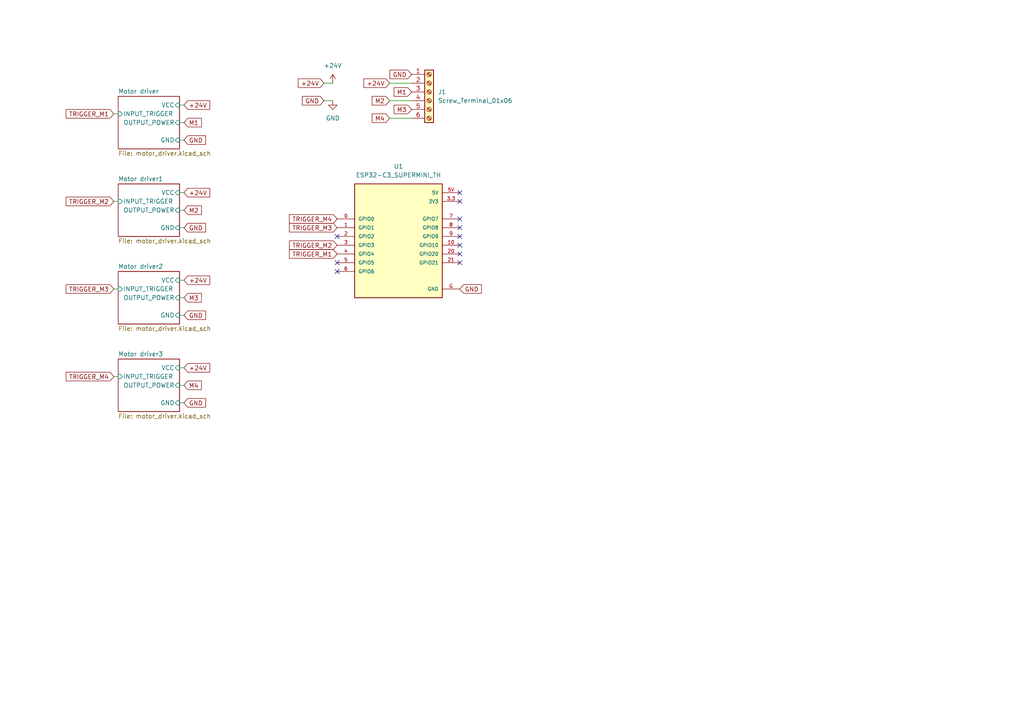
<source format=kicad_sch>
(kicad_sch (version 20211123) (generator eeschema)
  (paper "A4")
  (lib_symbols
    (symbol "Connector:Screw_Terminal_01x06" (pin_names (offset 1.016) hide) (in_bom no) (on_board no)
      (property "Reference" "J1" (at 2.54 0.0001 0))
      (property "Value" "Screw_Terminal_01x06" (at 2.54 -2.5399 0))
      (symbol "Screw_Terminal_01x06_1_1"
        (rectangle (start -1.27 6.35) (end 1.27 -8.89) (stroke (width 0.254)) (fill (type background)))
        (circle (center 0 -7.62) (radius 0.635) (stroke (width 0.1524)))
        (circle (center 0 -5.08) (radius 0.635) (stroke (width 0.1524)))
        (circle (center 0 -2.54) (radius 0.635) (stroke (width 0.1524)))
        (polyline (pts (xy -0.5334 -7.2898) (xy 0.3302 -8.128)) (stroke (width 0.1524)))
        (polyline (pts (xy -0.5334 -4.7498) (xy 0.3302 -5.588)) (stroke (width 0.1524)))
        (polyline (pts (xy -0.5334 -2.2098) (xy 0.3302 -3.048)) (stroke (width 0.1524)))
        (polyline (pts (xy -0.5334 0.3302) (xy 0.3302 -0.508)) (stroke (width 0.1524)))
        (polyline (pts (xy -0.5334 2.8702) (xy 0.3302 2.032)) (stroke (width 0.1524)))
        (polyline (pts (xy -0.5334 5.4102) (xy 0.3302 4.572)) (stroke (width 0.1524)))
        (polyline (pts (xy -0.3556 -7.112) (xy 0.508 -7.9502)) (stroke (width 0.1524)))
        (polyline (pts (xy -0.3556 -4.572) (xy 0.508 -5.4102)) (stroke (width 0.1524)))
        (polyline (pts (xy -0.3556 -2.032) (xy 0.508 -2.8702)) (stroke (width 0.1524)))
        (polyline (pts (xy -0.3556 0.508) (xy 0.508 -0.3302)) (stroke (width 0.1524)))
        (polyline (pts (xy -0.3556 3.048) (xy 0.508 2.2098)) (stroke (width 0.1524)))
        (polyline (pts (xy -0.3556 5.588) (xy 0.508 4.7498)) (stroke (width 0.1524)))
        (circle (center 0 0) (radius 0.635) (stroke (width 0.1524)))
        (circle (center 0 2.54) (radius 0.635) (stroke (width 0.1524)))
        (circle (center 0 5.08) (radius 0.635) (stroke (width 0.1524)))
        (pin power_out line (at -5.08 5.08 0) (length 3.81) (name "Pin_1") (number "1"))
        (pin power_out line (at -5.08 2.54 0) (length 3.81) (name "Pin_2") (number "2"))
        (pin output line (at -5.08 0 0) (length 3.81) (name "Pin_3") (number "3"))
        (pin output line (at -5.08 -2.54 0) (length 3.81) (name "Pin_4") (number "4"))
        (pin output line (at -5.08 -5.08 0) (length 3.81) (name "Pin_5") (number "5"))
        (pin output line (at -5.08 -7.62 0) (length 3.81) (name "Pin_6") (number "6"))
      )
    )
    (symbol "ESP32-C3_SUPERMINI:ESP32-C3_SUPERMINI_TH" (pin_names (offset 1.016))
      (property "Reference" "U" (at -12.7 16.002 0))
      (property "Value" "ESP32-C3_SUPERMINI_TH" (at -12.7 -20.32 0))
      (symbol "ESP32-C3_SUPERMINI_TH_0_0"
        (rectangle (start -12.7 -17.78) (end 12.7 15.24) (stroke (width 0.254)) (fill (type background)))
        (pin bidirectional line (at -17.78 5.08 0) (length 5.08) (name "GPIO0") (number "0"))
        (pin bidirectional line (at -17.78 2.54 0) (length 5.08) (name "GPIO1") (number "1"))
        (pin bidirectional line (at 17.78 -2.54 180) (length 5.08) (name "GPIO10") (number "10"))
        (pin bidirectional line (at -17.78 0 0) (length 5.08) (name "GPIO2") (number "2"))
        (pin bidirectional line (at 17.78 -5.08 180) (length 5.08) (name "GPIO20") (number "20"))
        (pin bidirectional line (at 17.78 -7.62 180) (length 5.08) (name "GPIO21") (number "21"))
        (pin bidirectional line (at -17.78 -2.54 0) (length 5.08) (name "GPIO3") (number "3"))
        (pin power_in line (at 17.78 10.16 180) (length 5.08) (name "3V3") (number "3.3"))
        (pin bidirectional line (at -17.78 -5.08 0) (length 5.08) (name "GPIO4") (number "4"))
        (pin bidirectional line (at -17.78 -7.62 0) (length 5.08) (name "GPIO5") (number "5"))
        (pin power_in line (at 17.78 12.7 180) (length 5.08) (name "5V") (number "5V"))
        (pin bidirectional line (at -17.78 -10.16 0) (length 5.08) (name "GPIO6") (number "6"))
        (pin bidirectional line (at 17.78 5.08 180) (length 5.08) (name "GPIO7") (number "7"))
        (pin bidirectional line (at 17.78 2.54 180) (length 5.08) (name "GPIO8") (number "8"))
        (pin bidirectional line (at 17.78 0 180) (length 5.08) (name "GPIO9") (number "9"))
        (pin power_in line (at 17.78 -15.24 180) (length 5.08) (name "GND") (number "G"))
      )
    )
    (symbol "power:+24V" (power) (pin_names (offset 0))
      (property "Value" "+24V" (at 0 3.556 0))
      (symbol "+24V_0_1"
        (polyline (pts (xy -0.762 1.27) (xy 0 2.54)))
        (polyline (pts (xy 0 0) (xy 0 2.54)))
        (polyline (pts (xy 0 2.54) (xy 0.762 1.27)))
      )
      (symbol "+24V_1_1"
        (pin power_in line (at 0 0 90) (length 0) hide (name "+24V") (number "1"))
      )
    )
    (symbol "power:GND" (power) (pin_names (offset 0))
      (property "Value" "GND" (at 0 -3.81 0))
      (symbol "GND_0_1"
        (polyline (pts (xy 0 0) (xy 0 -1.27) (xy 1.27 -1.27) (xy 0 -2.54) (xy -1.27 -1.27) (xy 0 -1.27)))
      )
      (symbol "GND_1_1"
        (pin power_in line (at 0 0 270) (length 0) hide (name "GND") (number "1"))
      )
    )
  )
  (no_connect (at 133.35 55.88))
  (no_connect (at 97.79 76.2))
  (no_connect (at 97.79 78.74))
  (no_connect (at 133.35 73.66))
  (no_connect (at 133.35 68.58))
  (no_connect (at 133.35 66.04))
  (no_connect (at 133.35 63.5))
  (no_connect (at 97.79 68.58))
  (no_connect (at 133.35 58.42))
  (no_connect (at 133.35 71.12))
  (no_connect (at 133.35 76.2))
  (wire (pts (xy 52.07 66.04) (xy 53.34 66.04)))
  (wire (pts (xy 33.02 109.22) (xy 34.29 109.22)))
  (wire (pts (xy 52.07 81.28) (xy 53.34 81.28)))
  (wire (pts (xy 52.07 106.68) (xy 53.34 106.68)))
  (wire (pts (xy 52.07 60.96) (xy 53.34 60.96)))
  (wire (pts (xy 113.03 29.21) (xy 119.38 29.21)))
  (wire (pts (xy 33.02 33.02) (xy 34.29 33.02)))
  (wire (pts (xy 52.07 35.56) (xy 53.34 35.56)))
  (wire (pts (xy 52.07 91.44) (xy 53.34 91.44)))
  (wire (pts (xy 113.03 34.29) (xy 119.38 34.29)))
  (wire (pts (xy 52.07 40.64) (xy 53.34 40.64)))
  (wire (pts (xy 52.07 111.76) (xy 53.34 111.76)))
  (wire (pts (xy 93.98 29.21) (xy 96.52 29.21)))
  (wire (pts (xy 33.02 58.42) (xy 34.29 58.42)))
  (wire (pts (xy 93.98 24.13) (xy 96.52 24.13)))
  (wire (pts (xy 52.07 30.48) (xy 53.34 30.48)))
  (wire (pts (xy 52.07 55.88) (xy 53.34 55.88)))
  (wire (pts (xy 113.03 24.13) (xy 119.38 24.13)))
  (wire (pts (xy 33.02 83.82) (xy 34.29 83.82)))
  (wire (pts (xy 52.07 116.84) (xy 53.34 116.84)))
  (wire (pts (xy 52.07 86.36) (xy 53.34 86.36)))
  (global_label "M3" (shape input) (at 119.38 31.75 180) (property "Intersheet References" "${INTERSHEET_REFS}" (effects hide)))
  (global_label "GND" (shape input) (at 53.34 66.04 0) (property "Intersheet References" "${INTERSHEET_REFS}" (effects hide)))
  (global_label "+24V" (shape input) (at 53.34 81.28 0) (property "Intersheet References" "${INTERSHEET_REFS}" (effects hide)))
  (global_label "M2" (shape input) (at 113.03 29.21 180) (property "Intersheet References" "${INTERSHEET_REFS}" (effects hide)))
  (global_label "TRIGGER_M3" (shape input) (at 33.02 83.82 180) (property "Intersheet References" "${INTERSHEET_REFS}" (effects hide)))
  (global_label "GND" (shape input) (at 93.98 29.21 180) (property "Intersheet References" "${INTERSHEET_REFS}" (effects hide)))
  (global_label "M4" (shape input) (at 113.03 34.29 180) (property "Intersheet References" "${INTERSHEET_REFS}" (effects hide)))
  (global_label "TRIGGER_M2" (shape input) (at 97.79 71.12 180) (property "Intersheet References" "${INTERSHEET_REFS}" (effects hide)))
  (global_label "+24V" (shape input) (at 113.03 24.13 180) (property "Intersheet References" "${INTERSHEET_REFS}" (effects hide)))
  (global_label "M1" (shape input) (at 119.38 26.67 180) (property "Intersheet References" "${INTERSHEET_REFS}" (effects hide)))
  (global_label "TRIGGER_M1" (shape input) (at 33.02 33.02 180) (property "Intersheet References" "${INTERSHEET_REFS}" (effects hide)))
  (global_label "TRIGGER_M2" (shape input) (at 33.02 58.42 180) (property "Intersheet References" "${INTERSHEET_REFS}" (effects hide)))
  (global_label "M3" (shape input) (at 53.34 86.36 0) (property "Intersheet References" "${INTERSHEET_REFS}" (effects hide)))
  (global_label "GND" (shape input) (at 53.34 40.64 0) (property "Intersheet References" "${INTERSHEET_REFS}" (effects hide)))
  (global_label "+24V" (shape input) (at 93.98 24.13 180) (property "Intersheet References" "${INTERSHEET_REFS}" (effects hide)))
  (global_label "TRIGGER_M4" (shape input) (at 97.79 63.5 180) (property "Intersheet References" "${INTERSHEET_REFS}" (effects hide)))
  (global_label "M1" (shape input) (at 53.34 35.56 0) (property "Intersheet References" "${INTERSHEET_REFS}" (effects hide)))
  (global_label "+24V" (shape input) (at 53.34 30.48 0) (property "Intersheet References" "${INTERSHEET_REFS}" (effects hide)))
  (global_label "+24V" (shape input) (at 53.34 55.88 0) (property "Intersheet References" "${INTERSHEET_REFS}" (effects hide)))
  (global_label "GND" (shape input) (at 53.34 116.84 0) (property "Intersheet References" "${INTERSHEET_REFS}" (effects hide)))
  (global_label "+24V" (shape input) (at 53.34 106.68 0) (property "Intersheet References" "${INTERSHEET_REFS}" (effects hide)))
  (global_label "TRIGGER_M4" (shape input) (at 33.02 109.22 180) (property "Intersheet References" "${INTERSHEET_REFS}" (effects hide)))
  (global_label "GND" (shape input) (at 133.35 83.82 0) (property "Intersheet References" "${INTERSHEET_REFS}" (effects hide)))
  (global_label "GND" (shape input) (at 53.34 91.44 0) (property "Intersheet References" "${INTERSHEET_REFS}" (effects hide)))
  (global_label "GND" (shape input) (at 119.38 21.59 180) (property "Intersheet References" "${INTERSHEET_REFS}" (effects hide)))
  (global_label "TRIGGER_M3" (shape input) (at 97.79 66.04 180) (property "Intersheet References" "${INTERSHEET_REFS}" (effects hide)))
  (global_label "M4" (shape input) (at 53.34 111.76 0) (property "Intersheet References" "${INTERSHEET_REFS}" (effects hide)))
  (global_label "M2" (shape input) (at 53.34 60.96 0) (property "Intersheet References" "${INTERSHEET_REFS}" (effects hide)))
  (global_label "TRIGGER_M1" (shape input) (at 97.79 73.66 180) (property "Intersheet References" "${INTERSHEET_REFS}" (effects hide)))
  (symbol (lib_id "Connector:Screw_Terminal_01x06") (at 124.46 26.67 0) (unit 1)
    (property "Reference" "J1" (at 127 26.6699 0) (effects (justify left)))
    (property "Value" "Screw_Terminal_01x06" (at 127 29.2099 0) (effects (justify left)))
    (property "Footprint" "TerminalBlock:TerminalBlock_bornier-6_P5.08mm" (effects hide))
  )
  (symbol (lib_id "power:GND") (at 96.52 29.21 0) (unit 1)
    (property "Reference" "#PWR02" (effects hide))
    (property "Value" "GND" (at 96.52 34.29 0))
  )
  (symbol (lib_id "ESP32-C3_SUPERMINI:ESP32-C3_SUPERMINI_TH") (at 115.57 68.58 0) (unit 1)
    (property "Reference" "U1" (at 115.57 48.26 0))
    (property "Value" "ESP32-C3_SUPERMINI_TH" (at 115.57 50.8 0))
    (property "Footprint" "ESP32-C3_SUPERMINI_TH:MODULE_ESP32-C3_SUPERMINI_TH" (effects hide))
    (property "MF" "Espressif Systems" (effects hide))
    (property "Description" "\n                        \n                            Super tiny ESP32-C3 board\n                        \n" (effects hide))
    (property "CREATOR" "DIZAR" (effects hide))
    (property "Price" "None" (effects hide))
    (property "Package" "Package" (effects hide))
    (property "Check_prices" "https://www.snapeda.com/parts/ESP32-C3%20SuperMini_TH/Espressif+Systems/view-part/?ref=eda" (effects hide))
    (property "STANDARD" "IPC-7351B" (effects hide))
    (property "SnapEDA_Link" "https://www.snapeda.com/parts/ESP32-C3%20SuperMini_TH/Espressif+Systems/view-part/?ref=snap" (effects hide))
    (property "MP" "ESP32-C3 SuperMini_TH" (effects hide))
    (property "Availability" "Not in stock" (effects hide))
    (property "MANUFACTURER" "Espressif Systems" (effects hide))
  )
  (symbol (lib_id "power:+24V") (at 96.52 24.13 0) (unit 1)
    (property "Reference" "#PWR01" (effects hide))
    (property "Value" "+24V" (at 96.52 19.05 0))
  )
  (sheet (at 34.29 104.14) (size 17.78 15.24) (stroke (width 0.1524))
    (property "Sheet name" "Motor driver3" (at 34.29 103.4284 0) (effects (justify left bottom)))
    (property "Sheet file" "motor_driver.kicad_sch" (at 34.29 119.9646 0) (effects (justify left top)))
    (pin "OUTPUT_POWER" input (at 52.07 111.76 0))
    (pin "INPUT_TRIGGER" input (at 34.29 109.22 180))
    (pin "VCC" input (at 52.07 106.68 0))
    (pin "GND" input (at 52.07 116.84 0))
  )
  (sheet (at 34.29 78.74) (size 17.78 15.24) (stroke (width 0.1524))
    (property "Sheet name" "Motor driver2" (at 34.29 78.0284 0) (effects (justify left bottom)))
    (property "Sheet file" "motor_driver.kicad_sch" (at 34.29 94.5646 0) (effects (justify left top)))
    (pin "OUTPUT_POWER" input (at 52.07 86.36 0))
    (pin "INPUT_TRIGGER" input (at 34.29 83.82 180))
    (pin "VCC" input (at 52.07 81.28 0))
    (pin "GND" input (at 52.07 91.44 0))
  )
  (sheet (at 34.29 53.34) (size 17.78 15.24) (stroke (width 0.1524))
    (property "Sheet name" "Motor driver1" (at 34.29 52.6284 0) (effects (justify left bottom)))
    (property "Sheet file" "motor_driver.kicad_sch" (at 34.29 69.1646 0) (effects (justify left top)))
    (pin "OUTPUT_POWER" input (at 52.07 60.96 0))
    (pin "INPUT_TRIGGER" input (at 34.29 58.42 180))
    (pin "VCC" input (at 52.07 55.88 0))
    (pin "GND" input (at 52.07 66.04 0))
  )
  (sheet (at 34.29 27.94) (size 17.78 15.24) (stroke (width 0.1524))
    (property "Sheet name" "Motor driver" (at 34.29 27.2284 0) (effects (justify left bottom)))
    (property "Sheet file" "motor_driver.kicad_sch" (at 34.29 43.7646 0) (effects (justify left top)))
    (pin "OUTPUT_POWER" input (at 52.07 35.56 0))
    (pin "INPUT_TRIGGER" input (at 34.29 33.02 180))
    (pin "VCC" input (at 52.07 30.48 0))
    (pin "GND" input (at 52.07 40.64 0))
  )
)
</source>
